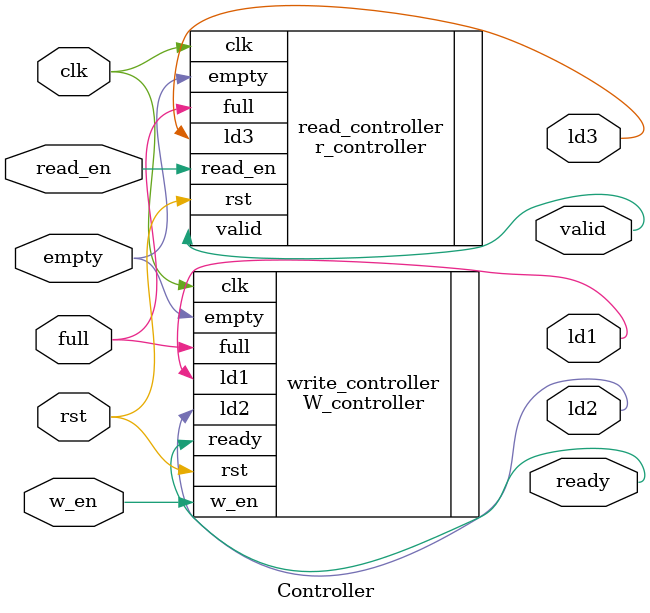
<source format=v>
module Controller (
    input clk,
    input rst,
    input full,
    input w_en,
    output ld1,
    output ld2,
    input read_en,
    input empty,
    output ld3,
    output ready,
    output valid
);

    W_controller write_controller
    (
        .clk(clk),
        .rst(rst),
        .full(full),
        .empty(empty),
        .w_en(w_en),
        .ld1(ld1),
        .ld2(ld2),
        .ready(ready)
    );

    r_controller read_controller
    (
        .clk(clk),
        .rst(rst),
        .full(full),
        .read_en(read_en),
        .empty(empty),
        .ld3(ld3),
        .valid(valid)
    );

    // assign ready = ~full;
    // assign valid = ~empty;

    // always @(w_en or full) begin
    //     ready = (w_en) ? ~full:0; 
    // end

    // always @(read_en or empty) begin
    //     valid = (read_en) ? ~empty:0;
    // end
    
endmodule
</source>
